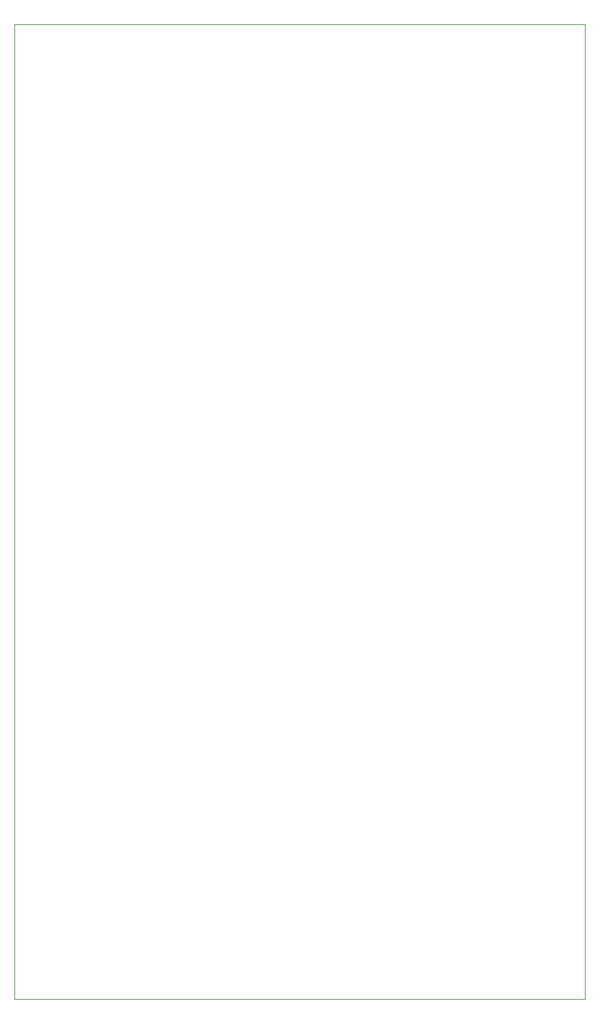
<source format=gko>
G04 #@! TF.FileFunction,Profile,NP*
%FSLAX46Y46*%
G04 Gerber Fmt 4.6, Leading zero omitted, Abs format (unit mm)*
G04 Created by KiCad (PCBNEW 4.0.6) date Tue Apr 18 22:00:09 2017*
%MOMM*%
%LPD*%
G01*
G04 APERTURE LIST*
%ADD10C,0.100000*%
G04 APERTURE END LIST*
D10*
X46990000Y-146050000D02*
X46990000Y-20320000D01*
X120650000Y-146050000D02*
X46990000Y-146050000D01*
X120650000Y-20320000D02*
X120650000Y-146050000D01*
X46990000Y-20320000D02*
X120650000Y-20320000D01*
M02*

</source>
